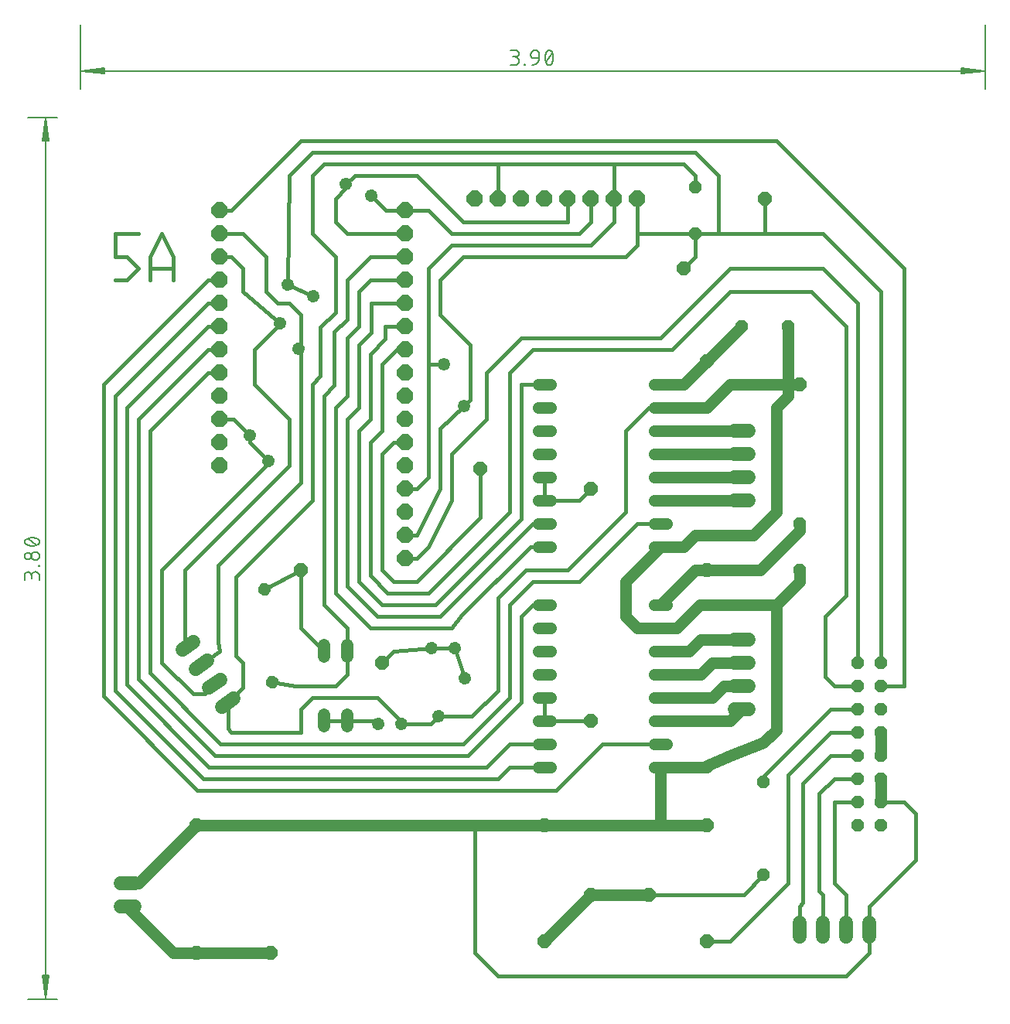
<source format=gbr>
G04 EAGLE Gerber RS-274X export*
G75*
%MOIN*%
%FSLAX34Y34*%
%LPD*%
%INTop Copper*%
%IPPOS*%
%AMOC8*
5,1,8,0,0,1.08239X$1,22.5*%
G01*
%ADD10C,0.005118*%
%ADD11C,0.006000*%
%ADD12C,0.060000*%
%ADD13C,0.051496*%
%ADD14P,0.075767X8X112.500000*%
%ADD15P,0.056284X8X82.500000*%
%ADD16P,0.056284X8X97.500000*%
%ADD17P,0.056284X8X22.500000*%
%ADD18P,0.056284X8X292.500000*%
%ADD19P,0.056284X8X137.500000*%
%ADD20P,0.056284X8X112.500000*%
%ADD21P,0.064943X8X22.500000*%
%ADD22P,0.056284X8X257.500000*%
%ADD23P,0.056284X8X77.500000*%
%ADD24C,0.052000*%
%ADD25P,0.056284X8X297.500000*%
%ADD26P,0.060614X8X292.500000*%
%ADD27P,0.075767X8X292.500000*%
%ADD28C,0.016000*%
%ADD29C,0.050000*%


D10*
X-3000Y0D02*
X-4268Y0D01*
X-4268Y38000D02*
X-3000Y38000D01*
X-3500Y37974D02*
X-3500Y26D01*
X-3626Y1024D01*
X-3374Y1024D01*
X-3500Y26D01*
X-3551Y1024D01*
X-3449Y1024D02*
X-3500Y26D01*
X-3602Y1024D01*
X-3398Y1024D02*
X-3500Y26D01*
X-3626Y36976D02*
X-3500Y37974D01*
X-3626Y36976D02*
X-3374Y36976D01*
X-3500Y37974D01*
X-3551Y36976D01*
X-3449Y36976D02*
X-3500Y37974D01*
X-3602Y36976D01*
X-3398Y36976D02*
X-3500Y37974D01*
D11*
X-3756Y18231D02*
X-3756Y18053D01*
X-3756Y18231D02*
X-3758Y18256D01*
X-3763Y18281D01*
X-3772Y18305D01*
X-3784Y18327D01*
X-3799Y18348D01*
X-3817Y18366D01*
X-3838Y18381D01*
X-3860Y18393D01*
X-3884Y18402D01*
X-3909Y18407D01*
X-3934Y18409D01*
X-3959Y18407D01*
X-3984Y18402D01*
X-4008Y18393D01*
X-4030Y18381D01*
X-4051Y18366D01*
X-4069Y18348D01*
X-4084Y18327D01*
X-4096Y18305D01*
X-4105Y18281D01*
X-4110Y18256D01*
X-4112Y18231D01*
X-4396Y18266D02*
X-4396Y18053D01*
X-4396Y18266D02*
X-4394Y18288D01*
X-4389Y18310D01*
X-4381Y18330D01*
X-4369Y18349D01*
X-4354Y18366D01*
X-4337Y18381D01*
X-4318Y18393D01*
X-4298Y18401D01*
X-4276Y18406D01*
X-4254Y18408D01*
X-4232Y18406D01*
X-4210Y18401D01*
X-4190Y18393D01*
X-4171Y18381D01*
X-4154Y18366D01*
X-4139Y18349D01*
X-4127Y18330D01*
X-4119Y18310D01*
X-4114Y18288D01*
X-4112Y18266D01*
X-4112Y18124D01*
X-3792Y18644D02*
X-3756Y18644D01*
X-3792Y18644D02*
X-3792Y18679D01*
X-3756Y18679D01*
X-3756Y18644D01*
X-3934Y18914D02*
X-3959Y18916D01*
X-3984Y18921D01*
X-4008Y18930D01*
X-4030Y18942D01*
X-4051Y18957D01*
X-4069Y18975D01*
X-4084Y18996D01*
X-4096Y19018D01*
X-4105Y19042D01*
X-4110Y19067D01*
X-4112Y19092D01*
X-4110Y19117D01*
X-4105Y19142D01*
X-4096Y19166D01*
X-4084Y19188D01*
X-4069Y19209D01*
X-4051Y19227D01*
X-4030Y19242D01*
X-4008Y19254D01*
X-3984Y19263D01*
X-3959Y19268D01*
X-3934Y19270D01*
X-3909Y19268D01*
X-3884Y19263D01*
X-3860Y19254D01*
X-3838Y19242D01*
X-3817Y19227D01*
X-3799Y19209D01*
X-3784Y19188D01*
X-3772Y19166D01*
X-3763Y19142D01*
X-3758Y19117D01*
X-3756Y19092D01*
X-3758Y19067D01*
X-3763Y19042D01*
X-3772Y19018D01*
X-3784Y18996D01*
X-3799Y18975D01*
X-3817Y18957D01*
X-3838Y18942D01*
X-3860Y18930D01*
X-3884Y18921D01*
X-3909Y18916D01*
X-3934Y18914D01*
X-4254Y18950D02*
X-4276Y18952D01*
X-4298Y18957D01*
X-4318Y18965D01*
X-4337Y18977D01*
X-4354Y18992D01*
X-4369Y19009D01*
X-4381Y19028D01*
X-4389Y19048D01*
X-4394Y19070D01*
X-4396Y19092D01*
X-4394Y19114D01*
X-4389Y19136D01*
X-4381Y19156D01*
X-4369Y19175D01*
X-4354Y19192D01*
X-4337Y19207D01*
X-4318Y19219D01*
X-4298Y19227D01*
X-4276Y19232D01*
X-4254Y19234D01*
X-4232Y19232D01*
X-4210Y19227D01*
X-4190Y19219D01*
X-4171Y19207D01*
X-4154Y19192D01*
X-4139Y19175D01*
X-4127Y19156D01*
X-4119Y19136D01*
X-4114Y19114D01*
X-4112Y19092D01*
X-4114Y19070D01*
X-4119Y19048D01*
X-4127Y19028D01*
X-4139Y19009D01*
X-4154Y18992D01*
X-4171Y18977D01*
X-4190Y18965D01*
X-4210Y18957D01*
X-4232Y18952D01*
X-4254Y18950D01*
X-4076Y19530D02*
X-4116Y19532D01*
X-4155Y19536D01*
X-4195Y19543D01*
X-4233Y19554D01*
X-4270Y19567D01*
X-4307Y19583D01*
X-4308Y19583D02*
X-4327Y19591D01*
X-4344Y19602D01*
X-4359Y19616D01*
X-4372Y19631D01*
X-4383Y19649D01*
X-4391Y19668D01*
X-4395Y19688D01*
X-4397Y19708D01*
X-4395Y19728D01*
X-4391Y19748D01*
X-4383Y19767D01*
X-4372Y19785D01*
X-4359Y19800D01*
X-4344Y19814D01*
X-4327Y19825D01*
X-4308Y19833D01*
X-4307Y19832D02*
X-4270Y19848D01*
X-4233Y19861D01*
X-4195Y19872D01*
X-4155Y19879D01*
X-4116Y19883D01*
X-4076Y19885D01*
X-4076Y19530D02*
X-4036Y19532D01*
X-3997Y19536D01*
X-3958Y19543D01*
X-3919Y19554D01*
X-3882Y19567D01*
X-3845Y19583D01*
X-3826Y19591D01*
X-3809Y19602D01*
X-3794Y19616D01*
X-3781Y19631D01*
X-3770Y19649D01*
X-3762Y19668D01*
X-3758Y19688D01*
X-3756Y19708D01*
X-3845Y19832D02*
X-3882Y19848D01*
X-3919Y19861D01*
X-3958Y19872D01*
X-3997Y19879D01*
X-4036Y19883D01*
X-4076Y19885D01*
X-3845Y19833D02*
X-3826Y19825D01*
X-3809Y19814D01*
X-3794Y19800D01*
X-3781Y19785D01*
X-3770Y19767D01*
X-3762Y19748D01*
X-3758Y19728D01*
X-3756Y19708D01*
X-3898Y19566D02*
X-4254Y19850D01*
D10*
X37000Y39232D02*
X37000Y42000D01*
X-2000Y42000D02*
X-2000Y39232D01*
X-1974Y40000D02*
X36974Y40000D01*
X35976Y40126D01*
X35976Y39874D01*
X36974Y40000D01*
X35976Y40051D01*
X35976Y39949D02*
X36974Y40000D01*
X35976Y40102D01*
X35976Y39898D02*
X36974Y40000D01*
X-976Y40126D02*
X-1974Y40000D01*
X-976Y40126D02*
X-976Y39874D01*
X-1974Y40000D01*
X-976Y40051D01*
X-976Y39949D02*
X-1974Y40000D01*
X-976Y40102D01*
X-976Y39898D02*
X-1974Y40000D01*
D11*
X16553Y40256D02*
X16731Y40256D01*
X16756Y40258D01*
X16781Y40263D01*
X16805Y40272D01*
X16827Y40284D01*
X16848Y40299D01*
X16866Y40317D01*
X16881Y40338D01*
X16893Y40360D01*
X16902Y40384D01*
X16907Y40409D01*
X16909Y40434D01*
X16907Y40459D01*
X16902Y40484D01*
X16893Y40508D01*
X16881Y40530D01*
X16866Y40551D01*
X16848Y40569D01*
X16827Y40584D01*
X16805Y40596D01*
X16781Y40605D01*
X16756Y40610D01*
X16731Y40612D01*
X16766Y40896D02*
X16553Y40896D01*
X16766Y40896D02*
X16788Y40894D01*
X16810Y40889D01*
X16830Y40881D01*
X16849Y40869D01*
X16866Y40854D01*
X16881Y40837D01*
X16893Y40818D01*
X16901Y40798D01*
X16906Y40776D01*
X16908Y40754D01*
X16906Y40732D01*
X16901Y40710D01*
X16893Y40690D01*
X16881Y40671D01*
X16866Y40654D01*
X16849Y40639D01*
X16830Y40627D01*
X16810Y40619D01*
X16788Y40614D01*
X16766Y40612D01*
X16624Y40612D01*
X17144Y40292D02*
X17144Y40256D01*
X17144Y40292D02*
X17179Y40292D01*
X17179Y40256D01*
X17144Y40256D01*
X17557Y40541D02*
X17770Y40541D01*
X17557Y40541D02*
X17535Y40543D01*
X17513Y40548D01*
X17493Y40556D01*
X17474Y40568D01*
X17457Y40583D01*
X17442Y40600D01*
X17430Y40619D01*
X17422Y40639D01*
X17417Y40661D01*
X17415Y40683D01*
X17415Y40718D01*
X17414Y40718D02*
X17416Y40743D01*
X17421Y40768D01*
X17430Y40792D01*
X17442Y40814D01*
X17457Y40835D01*
X17475Y40853D01*
X17496Y40868D01*
X17518Y40880D01*
X17542Y40889D01*
X17567Y40894D01*
X17592Y40896D01*
X17617Y40894D01*
X17642Y40889D01*
X17666Y40880D01*
X17688Y40868D01*
X17709Y40853D01*
X17727Y40835D01*
X17742Y40814D01*
X17754Y40792D01*
X17763Y40768D01*
X17768Y40743D01*
X17770Y40718D01*
X17770Y40541D01*
X17768Y40509D01*
X17763Y40478D01*
X17754Y40447D01*
X17742Y40418D01*
X17726Y40390D01*
X17708Y40364D01*
X17687Y40340D01*
X17663Y40319D01*
X17637Y40301D01*
X17609Y40285D01*
X17580Y40273D01*
X17549Y40264D01*
X17518Y40259D01*
X17486Y40257D01*
X18030Y40576D02*
X18032Y40616D01*
X18036Y40655D01*
X18043Y40695D01*
X18054Y40733D01*
X18067Y40770D01*
X18083Y40807D01*
X18083Y40808D02*
X18091Y40827D01*
X18102Y40844D01*
X18116Y40859D01*
X18131Y40872D01*
X18149Y40883D01*
X18168Y40891D01*
X18188Y40895D01*
X18208Y40897D01*
X18228Y40895D01*
X18248Y40891D01*
X18267Y40883D01*
X18285Y40872D01*
X18300Y40859D01*
X18314Y40844D01*
X18325Y40827D01*
X18333Y40808D01*
X18332Y40807D02*
X18348Y40770D01*
X18361Y40733D01*
X18372Y40695D01*
X18379Y40655D01*
X18383Y40616D01*
X18385Y40576D01*
X18030Y40576D02*
X18032Y40536D01*
X18036Y40497D01*
X18043Y40458D01*
X18054Y40419D01*
X18067Y40382D01*
X18083Y40345D01*
X18091Y40326D01*
X18102Y40309D01*
X18116Y40294D01*
X18131Y40281D01*
X18149Y40270D01*
X18168Y40262D01*
X18188Y40258D01*
X18208Y40256D01*
X18332Y40345D02*
X18348Y40382D01*
X18361Y40419D01*
X18372Y40458D01*
X18379Y40497D01*
X18383Y40536D01*
X18385Y40576D01*
X18333Y40345D02*
X18325Y40326D01*
X18314Y40309D01*
X18300Y40294D01*
X18285Y40281D01*
X18267Y40270D01*
X18248Y40262D01*
X18228Y40258D01*
X18208Y40256D01*
X18066Y40398D02*
X18350Y40754D01*
D12*
X2885Y15401D02*
X2394Y15057D01*
X2967Y14238D02*
X3459Y14582D01*
X4033Y13762D02*
X3541Y13418D01*
X4115Y12599D02*
X4606Y12943D01*
D13*
X17743Y26500D02*
X18257Y26500D01*
X18257Y25500D02*
X17743Y25500D01*
X17743Y24500D02*
X18257Y24500D01*
X18257Y23500D02*
X17743Y23500D01*
X17743Y22500D02*
X18257Y22500D01*
X18257Y21500D02*
X17743Y21500D01*
X17743Y20500D02*
X18257Y20500D01*
X18257Y19500D02*
X17743Y19500D01*
X22743Y19500D02*
X23257Y19500D01*
X23257Y20500D02*
X22743Y20500D01*
X22743Y21500D02*
X23257Y21500D01*
X23257Y22500D02*
X22743Y22500D01*
X22743Y23500D02*
X23257Y23500D01*
X23257Y24500D02*
X22743Y24500D01*
X22743Y25500D02*
X23257Y25500D01*
X23257Y26500D02*
X22743Y26500D01*
X18257Y17000D02*
X17743Y17000D01*
X17743Y16000D02*
X18257Y16000D01*
X18257Y15000D02*
X17743Y15000D01*
X17743Y14000D02*
X18257Y14000D01*
X18257Y13000D02*
X17743Y13000D01*
X17743Y12000D02*
X18257Y12000D01*
X18257Y11000D02*
X17743Y11000D01*
X17743Y10000D02*
X18257Y10000D01*
X22743Y10000D02*
X23257Y10000D01*
X23257Y11000D02*
X22743Y11000D01*
X22743Y12000D02*
X23257Y12000D01*
X23257Y13000D02*
X22743Y13000D01*
X22743Y14000D02*
X23257Y14000D01*
X23257Y15000D02*
X22743Y15000D01*
X22743Y16000D02*
X23257Y16000D01*
X23257Y17000D02*
X22743Y17000D01*
D14*
X12000Y19000D03*
X12000Y20000D03*
X12000Y21000D03*
X12000Y22000D03*
X12000Y23000D03*
X12000Y24000D03*
X12000Y25000D03*
X12000Y26000D03*
X12000Y27000D03*
X12000Y28000D03*
X12000Y29000D03*
X12000Y30000D03*
X12000Y31000D03*
X12000Y32000D03*
X12000Y33000D03*
X12000Y34000D03*
X4000Y34000D03*
X4000Y33000D03*
X4000Y32000D03*
X4000Y31000D03*
X4000Y30000D03*
X4000Y29000D03*
X4000Y28000D03*
X4000Y27000D03*
X4000Y26000D03*
X4000Y25000D03*
X4000Y24000D03*
X4000Y23000D03*
D15*
X8050Y30285D03*
X10550Y34615D03*
X6950Y30785D03*
X9450Y35115D03*
D16*
X5303Y24285D03*
X6597Y29115D03*
X6103Y23185D03*
X7397Y28015D03*
D17*
X26500Y29000D03*
X28500Y29000D03*
D18*
X29000Y20500D03*
X29000Y18500D03*
D19*
X14523Y25544D03*
X13677Y27356D03*
D20*
X24500Y33000D03*
X24500Y35000D03*
D12*
X26200Y12500D02*
X26800Y12500D01*
X26800Y13500D02*
X26200Y13500D01*
X26200Y14500D02*
X26800Y14500D01*
X26800Y15500D02*
X26200Y15500D01*
D21*
X3000Y7500D03*
X3000Y2000D03*
X18000Y7500D03*
X18000Y2500D03*
X25000Y7500D03*
X25000Y2500D03*
D22*
X13147Y15138D03*
X10853Y11862D03*
D23*
X11853Y11862D03*
X14147Y15138D03*
X13426Y12181D03*
X14574Y13819D03*
D24*
X8500Y12260D02*
X8500Y11740D01*
X9500Y11740D02*
X9500Y12260D01*
X9500Y14740D02*
X9500Y15260D01*
X8500Y15260D02*
X8500Y14740D01*
D25*
X5926Y17642D03*
X6274Y13658D03*
D12*
X29000Y3300D02*
X29000Y2700D01*
X30000Y2700D02*
X30000Y3300D01*
X31000Y3300D02*
X31000Y2700D01*
X32000Y2700D02*
X32000Y3300D01*
X26800Y21500D02*
X26200Y21500D01*
X26200Y22500D02*
X26800Y22500D01*
X26800Y23500D02*
X26200Y23500D01*
X26200Y24500D02*
X26800Y24500D01*
D21*
X15250Y22850D03*
X11000Y14500D03*
X6200Y2000D03*
X7500Y18500D03*
X20000Y22000D03*
X20000Y12000D03*
X24000Y31500D03*
X27500Y34500D03*
D20*
X27450Y5350D03*
X27450Y9350D03*
D21*
X22500Y4500D03*
X20000Y4500D03*
X25000Y18500D03*
X25000Y27500D03*
X29000Y26500D03*
D26*
X31500Y14500D03*
X32500Y14500D03*
X31500Y13500D03*
X32500Y13500D03*
X31500Y12500D03*
X32500Y12500D03*
X31500Y11500D03*
X32500Y11500D03*
X31500Y10500D03*
X32500Y10500D03*
X31500Y9500D03*
X32500Y9500D03*
X31500Y8500D03*
X32500Y8500D03*
X31500Y7500D03*
X32500Y7500D03*
D27*
X19000Y34500D03*
X18000Y34500D03*
X20000Y34500D03*
X21000Y34500D03*
X22000Y34500D03*
X17000Y34500D03*
X16000Y34500D03*
X15000Y34500D03*
D12*
X350Y5000D02*
X-250Y5000D01*
X-250Y4000D02*
X350Y4000D01*
D28*
X3500Y30000D02*
X4000Y30000D01*
X3500Y30000D02*
X-500Y26000D01*
X16500Y10000D02*
X18000Y10000D01*
X16500Y10000D02*
X16000Y9500D01*
X-500Y13300D02*
X-500Y26000D01*
X3300Y9500D02*
X16000Y9500D01*
X3300Y9500D02*
X-500Y13300D01*
X25500Y33000D02*
X25500Y35500D01*
X24500Y36500D02*
X8000Y36500D01*
X24500Y36500D02*
X25500Y35500D01*
X24500Y32000D02*
X24000Y31500D01*
X27500Y33000D02*
X27500Y34500D01*
X27500Y33000D02*
X30000Y33000D01*
X27500Y33000D02*
X25500Y33000D01*
X30000Y33000D02*
X32500Y30500D01*
X12500Y20000D02*
X12000Y20000D01*
X12500Y20000D02*
X13500Y22000D01*
X32500Y14500D02*
X32500Y30500D01*
X8000Y36500D02*
X7000Y35500D01*
X14523Y25544D02*
X13500Y24596D01*
X13500Y22000D01*
X14523Y25544D02*
X14800Y25821D01*
X14800Y28200D02*
X13500Y29500D01*
X13500Y31000D01*
X14800Y28200D02*
X14800Y25821D01*
X22000Y33000D02*
X22000Y34500D01*
X22000Y33000D02*
X22000Y32500D01*
X21500Y32000D01*
X14500Y32000D01*
X13500Y31000D01*
X22000Y33000D02*
X24500Y33000D01*
X24500Y32000D01*
X8050Y30285D02*
X6950Y30785D01*
X24500Y33000D02*
X25500Y33000D01*
X7000Y35500D02*
X6950Y30785D01*
X10800Y16500D02*
X13500Y16500D01*
X9500Y17800D02*
X9500Y25000D01*
X9500Y17800D02*
X10800Y16500D01*
X17500Y20500D02*
X18000Y20500D01*
X17500Y20500D02*
X13500Y16500D01*
X12000Y30000D02*
X10525Y30000D01*
X10525Y28725D01*
X10000Y28200D01*
X10000Y25500D02*
X9500Y25000D01*
X10000Y25500D02*
X10000Y28200D01*
X4500Y34000D02*
X7500Y37000D01*
X4500Y34000D02*
X4000Y34000D01*
X7500Y37000D02*
X28000Y37000D01*
X33500Y31500D01*
X33500Y13500D01*
X32500Y13500D01*
X9500Y33000D02*
X9000Y33500D01*
X9500Y33000D02*
X12000Y33000D01*
X9000Y33500D02*
X9000Y34500D01*
X19000Y34500D02*
X19000Y33500D01*
X14500Y33500D01*
X12500Y35500D01*
X9835Y35500D02*
X9450Y35115D01*
X9835Y35500D02*
X12500Y35500D01*
X9450Y34950D02*
X9000Y34500D01*
X9450Y34950D02*
X9450Y35115D01*
X3787Y13590D02*
X3354Y13146D01*
X2854Y13146D01*
X1500Y14500D01*
X1500Y18500D01*
X6103Y23103D01*
X5303Y24285D02*
X4588Y25000D01*
X4000Y25000D01*
X5303Y24285D02*
X5303Y23985D01*
X6103Y23185D01*
X6103Y23103D01*
X4500Y32000D02*
X4000Y32000D01*
X5000Y30496D02*
X6597Y29115D01*
X5000Y31500D02*
X4500Y32000D01*
X5000Y31500D02*
X5000Y30496D01*
X7000Y25000D02*
X7000Y23000D01*
X5500Y26500D02*
X5500Y28000D01*
X6597Y29097D01*
X6597Y29115D01*
X5500Y26500D02*
X7000Y25000D01*
X7000Y23000D02*
X2500Y18500D01*
X2500Y15368D02*
X2640Y15229D01*
X2500Y15368D02*
X2500Y18500D01*
X3500Y29000D02*
X4000Y29000D01*
X3500Y29000D02*
X0Y25500D01*
X16500Y11000D02*
X18000Y11000D01*
X16500Y11000D02*
X15500Y10000D01*
X3550Y10000D01*
X0Y13550D02*
X0Y25500D01*
X0Y13550D02*
X3550Y10000D01*
X4000Y33000D02*
X5000Y33000D01*
X6000Y32000D01*
X6000Y30500D01*
X7485Y28015D02*
X7500Y28000D01*
X7485Y28015D02*
X7397Y28015D01*
X7500Y28000D02*
X7500Y22250D01*
X6500Y30000D02*
X6000Y30500D01*
X6500Y30000D02*
X7000Y30000D01*
X7500Y29500D01*
X7500Y28000D01*
X7500Y22250D02*
X3950Y18700D01*
X3950Y15406D01*
X4000Y15000D02*
X3213Y14410D01*
X4000Y15000D02*
X3950Y15406D01*
X8500Y12000D02*
X9500Y12000D01*
X10853Y11862D02*
X10885Y12000D01*
X9500Y12000D01*
X17000Y28500D02*
X23000Y28500D01*
X26000Y31500D01*
X30000Y31500D01*
X12500Y19000D02*
X12000Y19000D01*
X12500Y19000D02*
X13000Y19500D01*
X14000Y21500D01*
X14000Y23500D01*
X15500Y25000D02*
X15500Y27000D01*
X15500Y25000D02*
X14000Y23500D01*
X31500Y30000D02*
X31500Y14500D01*
X31500Y30000D02*
X30000Y31500D01*
X17000Y28500D02*
X15500Y27000D01*
X9000Y25500D02*
X9000Y17500D01*
X9500Y28500D02*
X10000Y29000D01*
X9000Y17500D02*
X10500Y16000D01*
X17400Y19500D02*
X18000Y19500D01*
X17400Y19500D02*
X14450Y16550D01*
X14000Y16000D01*
X10500Y16000D01*
X10000Y29000D02*
X10000Y30500D01*
X10500Y31000D02*
X12000Y31000D01*
X9500Y26000D02*
X9000Y25500D01*
X9500Y26000D02*
X9500Y28500D01*
X10000Y30500D02*
X10500Y31000D01*
X18000Y22500D02*
X18000Y21500D01*
X19500Y21500D02*
X20000Y22000D01*
X19500Y21500D02*
X18000Y21500D01*
X18000Y13000D02*
X18000Y12000D01*
X20000Y12000D01*
D29*
X25750Y13500D02*
X26500Y13500D01*
X25750Y13500D02*
X25250Y13000D01*
X23000Y13000D01*
X26000Y12000D02*
X26500Y12500D01*
X26000Y12000D02*
X23000Y12000D01*
X23000Y24500D02*
X26500Y24500D01*
X26500Y23500D02*
X23000Y23500D01*
X23000Y22500D02*
X26500Y22500D01*
X26500Y21500D02*
X23000Y21500D01*
D28*
X30500Y9500D02*
X31500Y9500D01*
X30500Y9500D02*
X29850Y8850D01*
X29850Y4650D01*
X30000Y4500D02*
X30000Y3000D01*
X30000Y4500D02*
X29850Y4650D01*
X30500Y8500D02*
X31500Y8500D01*
X30500Y8500D02*
X30500Y5000D01*
X31000Y4500D02*
X31000Y3000D01*
X31000Y4500D02*
X30500Y5000D01*
D29*
X26500Y15500D02*
X24750Y15500D01*
X24250Y15000D01*
X23000Y15000D01*
X25250Y14500D02*
X26500Y14500D01*
X25250Y14500D02*
X24750Y14000D01*
X23000Y14000D01*
D28*
X12000Y32000D02*
X10500Y32000D01*
X9500Y31000D02*
X9500Y29300D01*
X8950Y28750D01*
X8500Y26000D02*
X8500Y17000D01*
X9500Y15000D02*
X9500Y14000D01*
X9500Y16000D02*
X8500Y17000D01*
X9500Y16000D02*
X9500Y15000D01*
X9500Y31000D02*
X10500Y32000D01*
X9500Y14000D02*
X9000Y13500D01*
X8950Y26450D02*
X8950Y28750D01*
X8950Y26450D02*
X8500Y26000D01*
X9000Y13500D02*
X7265Y13500D01*
X6274Y13658D01*
X13147Y15138D02*
X14147Y15138D01*
X14574Y13819D01*
X11500Y15000D02*
X11000Y14500D01*
X11500Y15000D02*
X13147Y15138D01*
X8500Y15000D02*
X7500Y16000D01*
X7500Y18500D01*
X5926Y17642D01*
X4000Y31000D02*
X3500Y31000D01*
X-1000Y26500D01*
X18500Y9000D02*
X20500Y11000D01*
X23000Y11000D01*
X3050Y9000D02*
X-1000Y13050D01*
X3050Y9000D02*
X18500Y9000D01*
X-1000Y13050D02*
X-1000Y26500D01*
X28500Y9650D02*
X30350Y11500D01*
X31500Y11500D01*
X28500Y9650D02*
X28500Y5000D01*
X26000Y2500D02*
X25000Y2500D01*
X26000Y2500D02*
X28500Y5000D01*
X4000Y27000D02*
X3500Y27000D01*
X1000Y24500D01*
X1000Y14050D02*
X4050Y11000D01*
X16500Y17000D02*
X17500Y18000D01*
X19500Y18000D01*
X22000Y20500D01*
X14500Y11000D02*
X4050Y11000D01*
X16500Y13000D02*
X16500Y17000D01*
X16500Y13000D02*
X14500Y11000D01*
X1000Y14050D02*
X1000Y24500D01*
X22000Y20500D02*
X23000Y20500D01*
X4000Y28000D02*
X3500Y28000D01*
X500Y25000D01*
X500Y13800D01*
X3800Y10500D01*
X14700Y10500D01*
X17000Y12800D01*
X17000Y16500D01*
X17500Y17000D02*
X18000Y17000D01*
X17500Y17000D02*
X17000Y16500D01*
X13300Y17000D02*
X11000Y17000D01*
X13300Y17000D02*
X17000Y20700D01*
X11000Y17000D02*
X10000Y18000D01*
X17000Y26500D02*
X18000Y26500D01*
X17000Y26500D02*
X17000Y20700D01*
X10000Y18000D02*
X10000Y24500D01*
X10500Y27800D02*
X11150Y28450D01*
X10500Y27800D02*
X10500Y25000D01*
X10000Y24500D01*
X11150Y29000D02*
X12000Y29000D01*
X11150Y29000D02*
X11150Y28450D01*
D29*
X32500Y11500D02*
X32500Y10500D01*
X20000Y4500D02*
X18000Y2500D01*
X20000Y4500D02*
X22500Y4500D01*
D28*
X26600Y4500D02*
X27450Y5350D01*
X26600Y4500D02*
X22500Y4500D01*
D29*
X29000Y20200D02*
X29000Y20500D01*
X29000Y20200D02*
X27300Y18500D01*
X25000Y18500D01*
X24500Y18500D02*
X23000Y17000D01*
X24500Y18500D02*
X25000Y18500D01*
X24000Y26500D02*
X23000Y26500D01*
X24000Y26500D02*
X25000Y27500D01*
X26500Y29000D01*
D28*
X30350Y10500D02*
X31500Y10500D01*
X30350Y10500D02*
X29150Y9300D01*
X29150Y4150D01*
X29000Y4000D01*
X29000Y3000D01*
X30350Y12500D02*
X31500Y12500D01*
X30350Y12500D02*
X27450Y9600D01*
X27450Y9350D01*
X-500Y32000D02*
X-500Y33000D01*
X500Y33000D01*
X0Y32000D02*
X-500Y32000D01*
X0Y32000D02*
X500Y31500D01*
X0Y31000D01*
X-500Y31000D01*
X10500Y18250D02*
X11250Y17500D01*
X13000Y17500D01*
X17500Y28000D02*
X23500Y28000D01*
X16500Y21000D02*
X13000Y17500D01*
X16500Y21000D02*
X16500Y27000D01*
X23500Y28000D02*
X26000Y30500D01*
X29500Y30500D01*
X31000Y29000D01*
X31000Y17400D01*
X31500Y13500D02*
X30500Y13500D01*
X11650Y28000D02*
X11000Y27350D01*
X10500Y24000D02*
X10500Y18250D01*
X10500Y24000D02*
X11000Y24500D01*
X11000Y27350D01*
X11650Y28000D02*
X12000Y28000D01*
X30100Y13900D02*
X30500Y13500D01*
X30100Y13900D02*
X30100Y16500D01*
X31000Y17400D01*
X17500Y28000D02*
X16500Y27000D01*
X14000Y33000D02*
X19500Y33000D01*
X14000Y33000D02*
X13000Y34000D01*
X19500Y33000D02*
X20000Y33500D01*
X20000Y34500D01*
X11165Y34000D02*
X10550Y34615D01*
X11165Y34000D02*
X12000Y34000D01*
X13000Y34000D01*
X15250Y22850D02*
X15250Y21500D01*
D11*
X15250Y21400D01*
D28*
X15250Y20750D01*
X12500Y18000D02*
X11500Y18000D01*
X11000Y18500D01*
X11000Y23500D01*
X11500Y24000D01*
X12000Y24000D01*
X15250Y20750D02*
X12500Y18000D01*
X13426Y12181D02*
X13096Y11850D01*
X11865Y11850D01*
D29*
X22000Y16000D02*
X23000Y16000D01*
D28*
X19000Y18500D02*
X17200Y18500D01*
X16000Y17300D01*
X16000Y13300D01*
D29*
X21500Y16500D02*
X21500Y18000D01*
X28500Y26000D02*
X28500Y26500D01*
D28*
X24500Y35500D02*
X24000Y36000D01*
X21000Y36000D01*
X16000Y36000D01*
X8500Y36000D01*
X8000Y35500D01*
X8000Y33000D01*
X9000Y32000D01*
X8000Y26500D02*
X8000Y21500D01*
X8350Y28950D02*
X9000Y29600D01*
D29*
X23000Y19500D02*
X24000Y19500D01*
D28*
X21500Y21000D02*
X19000Y18500D01*
X21500Y21000D02*
X21500Y24500D01*
D29*
X23000Y16000D02*
X23700Y16000D01*
X24500Y20000D02*
X27000Y20000D01*
X25000Y25500D02*
X23000Y25500D01*
X24700Y17000D02*
X23700Y16000D01*
X24000Y19500D02*
X24500Y20000D01*
X23000Y19500D02*
X21500Y18000D01*
D28*
X9000Y29600D02*
X9000Y32000D01*
X8000Y13000D02*
X10800Y13000D01*
X11853Y11947D01*
X22500Y25500D02*
X23000Y25500D01*
D29*
X28500Y26500D02*
X29000Y26500D01*
X28000Y21000D02*
X27000Y20000D01*
X28000Y17000D02*
X28000Y11600D01*
X29000Y18000D02*
X29000Y18500D01*
X29000Y18000D02*
X28000Y17000D01*
X24700Y17000D01*
X25000Y25500D02*
X26000Y26500D01*
X28500Y26500D01*
X28500Y29000D01*
X25000Y10000D02*
X23000Y10000D01*
X32500Y9500D02*
X32500Y8500D01*
D28*
X8350Y26850D02*
X8350Y28950D01*
X8350Y26850D02*
X8000Y26500D01*
X16000Y13300D02*
X14881Y12181D01*
X21500Y24500D02*
X22500Y25500D01*
D29*
X21500Y16500D02*
X22000Y16000D01*
D11*
X11865Y11850D02*
X11853Y11862D01*
D28*
X11853Y11947D01*
X13426Y12181D02*
X14881Y12181D01*
X16000Y1000D02*
X31000Y1000D01*
D29*
X25000Y7500D02*
X23000Y7500D01*
X23000Y10000D01*
D28*
X12500Y22000D02*
X12000Y22000D01*
X12500Y22000D02*
X13000Y22500D01*
X13000Y27356D01*
X21000Y33500D02*
X21000Y34500D01*
X20000Y32500D02*
X14000Y32500D01*
X13000Y31500D01*
X13000Y27356D02*
X13677Y27356D01*
X13000Y27356D02*
X13000Y31500D01*
X16000Y34500D02*
X16000Y36000D01*
X21000Y36000D02*
X21000Y34500D01*
X21000Y33500D02*
X20000Y32500D01*
X24500Y35000D02*
X24500Y35500D01*
D29*
X15000Y7500D02*
X3000Y7500D01*
X15000Y7500D02*
X18000Y7500D01*
X23000Y7500D01*
X27450Y11050D02*
X28000Y11600D01*
D28*
X34000Y8000D02*
X34000Y6000D01*
X33500Y8500D02*
X32500Y8500D01*
X32000Y3000D02*
X32000Y2000D01*
X31000Y1000D01*
D29*
X28000Y21000D02*
X28000Y25500D01*
X28500Y26000D01*
D28*
X34000Y6000D02*
X32000Y4000D01*
X32000Y3000D01*
X4360Y12771D02*
X4360Y12860D01*
X7500Y12500D02*
X7500Y11500D01*
X4500Y11500D01*
X4360Y11640D01*
X4360Y12771D01*
X5000Y13411D01*
X5000Y14500D01*
X7500Y12500D02*
X8000Y13000D01*
X5000Y14500D02*
X4700Y14800D01*
X4700Y18200D01*
X8000Y21500D01*
D11*
X500Y5000D02*
X50Y5000D01*
D29*
X500Y5000D02*
X3000Y7500D01*
D28*
X15000Y2000D02*
X16000Y1000D01*
X33500Y8500D02*
X34000Y8000D01*
X25000Y10000D02*
X25000Y10050D01*
D29*
X26000Y10500D02*
X27450Y11050D01*
X26000Y10500D02*
X25000Y10050D01*
D28*
X15000Y7500D02*
X15000Y2000D01*
D11*
X50Y3950D02*
X50Y4000D01*
D29*
X50Y3950D02*
X2000Y2000D01*
X3000Y2000D01*
X6200Y2000D01*
D28*
X1000Y31000D02*
X1000Y31500D01*
X1000Y32000D01*
X1500Y33000D01*
X2000Y32000D01*
X2000Y31500D01*
X2000Y31000D01*
X2000Y31500D02*
X1000Y31500D01*
M02*

</source>
